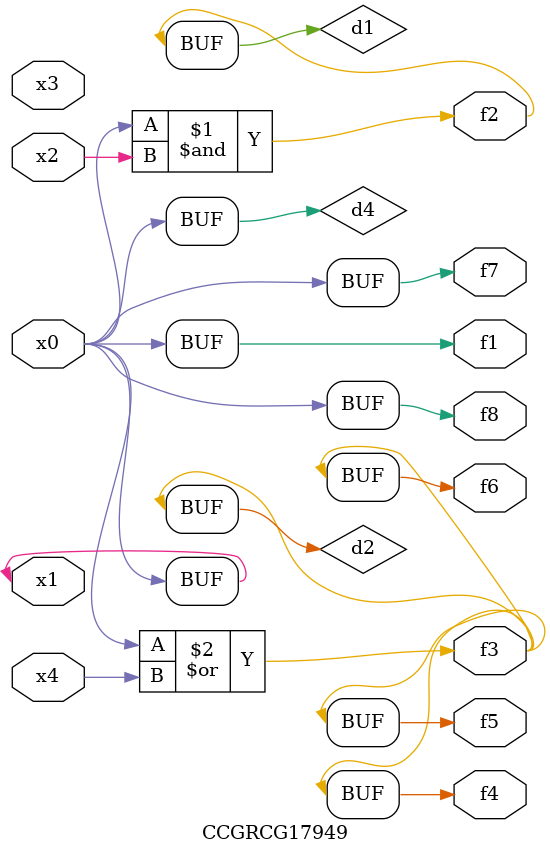
<source format=v>
module CCGRCG17949(
	input x0, x1, x2, x3, x4,
	output f1, f2, f3, f4, f5, f6, f7, f8
);

	wire d1, d2, d3, d4;

	and (d1, x0, x2);
	or (d2, x0, x4);
	nand (d3, x0, x2);
	buf (d4, x0, x1);
	assign f1 = d4;
	assign f2 = d1;
	assign f3 = d2;
	assign f4 = d2;
	assign f5 = d2;
	assign f6 = d2;
	assign f7 = d4;
	assign f8 = d4;
endmodule

</source>
